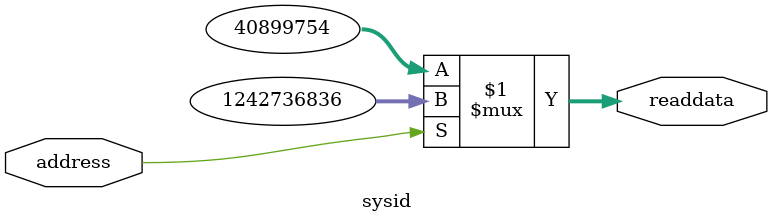
<source format=v>

`timescale 1ns / 1ps
// synthesis translate_on

// turn off superfluous verilog processor warnings 
// altera message_level Level1 
// altera message_off 10034 10035 10036 10037 10230 10240 10030 

module sysid (
               // inputs:
                address,

               // outputs:
                readdata
             )
;

  output  [ 31: 0] readdata;
  input            address;

  wire    [ 31: 0] readdata;
  //control_slave, which is an e_avalon_slave
  assign readdata = address ? 1242736836 : 40899754;

endmodule


</source>
